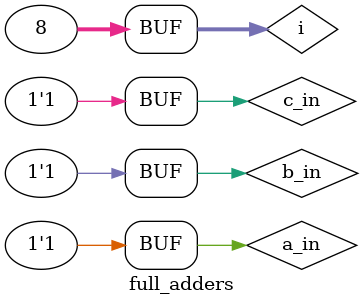
<source format=v>
`timescale 1ns / 1ps


module full_adders();

	// Inputs
	reg a_in;
	reg b_in;
	reg c_in;

	// Outputs
	wire sum_out;
	wire carry_out;

integer i;
	// Instantiate the Unit Under Test (UUT)
	full_adder uut (
		.a_in(a_in), 
		.b_in(b_in), 
		.c_in(c_in), 
		.sum_out(sum_out), 
		.carry_out(carry_out)
	);

	initial begin
		// Initialize Inputs
		a_in = 1'b0;
		b_in = 1'b0;
		c_in = 1'b0;

		// Wait 100 ns for global reset to finish
		#100;
        
		// Add stimulus here

	end
   initial
      begin 
	 for (i=0;i<8;i=i+1)
	    begin
	       {a_in,b_in,c_in}=i;
	       #10;
	    end
      end   
		
endmodule


</source>
